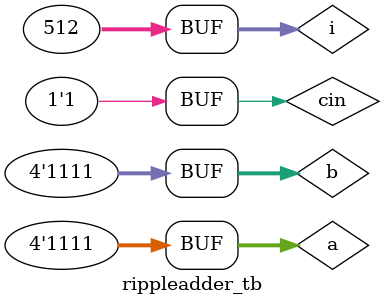
<source format=v>
module fulladder(a,b,c,s,cout);
input a,b,c;
output s,cout;
assign s=a^b^c;
assign cout=(a&b)||(b&c)||(c&a);
endmodule

module ripple_adder(a,b,cin,s,cout);
input [3:0]a,b;
input cin;
output [3:0]s;
output cout;
wire c1,c2,c3;
fulladder f1(a[0],b[0],cin,s[0],c1);
fulladder f2(a[1],b[1],c1,s[1],c2);
fulladder f3(a[2],b[2],c2,s[2],c3);
fulladder f4(a[3],b[3],c3,s[3],cout);
endmodule

module rippleadder_tb;
reg [3:0]a,b;
reg cin;
wire [3:0]s;
wire cout;
integer i;
ripple_adder r1(a,b,cin,s,cout);
initial
begin 
for (i=0;i<512;i=i+1)
begin
#2 {a,b,cin}=i;
end
end
endmodule

</source>
